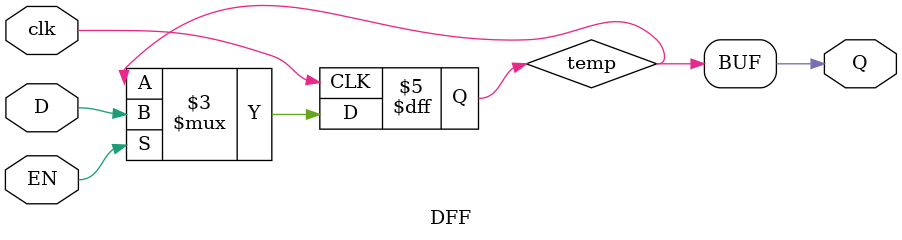
<source format=v>
module debounce_ckt(
input button,
input clk,
output result
    );

/************************************* Internal Variables **********************************/    
wire Q1;
wire Q2;
wire EN1 = 1'd1;
wire EN2 = 1'd1;
wire xor_out;
/****************************** Debounce ckt Implementation code ****************************************/

DFF FF1 (button,clk,EN1,Q1);
DFF FF2 (Q1,clk,EN2,Q2);
     
xor g1 (xor_out,Q1,Q2);

counter C1 (clk,xor_out,~c,c);     
DFF FF3 (Q2,clk,c,result);

endmodule


/***************************************** N-bit counter *************************************/
 module counter (clk, SCLR,EN,c);
     input clk;
     input SCLR;   // Clear of counter //
     input EN ; // Active 'HIGH' Enable //
     reg [5:0] Cout; // Counter Output //
     output reg c; 
         

parameter N = 19;

            always@(posedge clk)
                    if(SCLR) 
                        begin
						  Cout <= 5'd0;
						  c<=1'd0;
						  end
                        else if (EN)    
                            begin
                                    if (Cout == N) 
                                    begin
                                            c<=1'd1;
                                            Cout <= 5'd0;
                                    end 
                                    else
                                    begin
                                            Cout <= Cout + 1'd1;
                                            c<=1'd0;
                                    end
                            end
                    
endmodule     
 
// D Flip Flop Module (with Enable)

module DFF(input D,input clk,input EN ,output Q);
reg temp;
            always @(posedge clk ) 
                    begin
                        if(EN)
                                begin
                                   temp <= D; 
                                end 
										  else
										  temp<=temp;
                    end  
assign 	Q=temp;					  
endmodule

</source>
